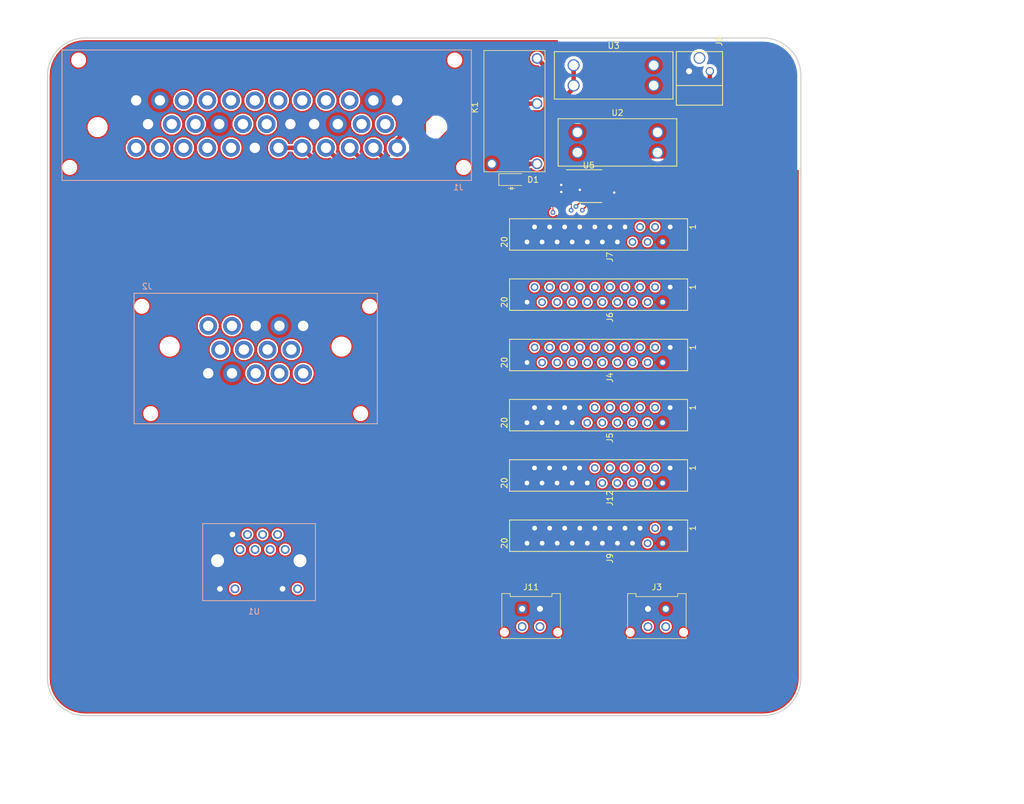
<source format=kicad_pcb>
(kicad_pcb (version 20171130) (host pcbnew 5.0.2-bee76a0~70~ubuntu18.04.1)
  (layers (0 F.Cu signal) (1 In1.Cu signal) (2 In2.Cu signal) (31 B.Cu signal) (34 B.Paste user) (35 F.Paste user) (36 B.SilkS user) (37 F.SilkS user) (38 B.Mask user) (39 F.Mask user) (44 Edge.Cuts user))
  (net 0 "")
  (net 1 "/BSPD RELAY LSD")
  (net 2 /12V)
  (net 3 "/E-STOP-R > BSPD")
  (net 4 "/FUSE > E-STOP-L")
  (net 5 "/CAN HIGH")
  (net 6 "/CAN LOW")
  (net 7 GND)
  (net 8 "/BSPD TEST SWITCH")
  (net 9 /5V)
  (net 10 "/BSPD > IS")
  (net 11 "/BSPD CURRENT SENSE")
  (net 12 "/COOLING PUMP LSD")
  (net 13 "/BRAKE PRESSURE +")
  (net 14 "/BRAKELIGHT LSD")
  (net 15 "/BRAKE PRESSURE SENSE")
  (net 16 "/BRAKE PRESSURE -")
  (net 17 "/RADIATOR TEMP -")
  (net 18 "/MC TEMP -")
  (net 19 "/MOTOR TEMP -")
  (net 20 "/RADIATOR TEMP +")
  (net 21 "/MC TEMP +")
  (net 22 "/MOTOR TEMP +")
  (net 23 /MOSI)
  (net 24 /RESET)
  (net 25 /MISO)
  (net 26 /SCK)
  (net 27 "/RJ45 LED G")
  (net 28 "/RJ45 LED O")
  (net 29 "/EXTRA TEMP 3 +")
  (net 30 "/EXTRA TEMP 2 -")
  (net 31 "/EXTRA TEMP 1 -")
  (net 32 "/EXTRA TEMP 2 +")
  (net 33 "/EXTRA TEMP 1 +")
  (net 34 "/EXTRA TEMP 3 -")
  (net 35 "/EXTRA TEMP 4 -")
  (net 36 "/EXTRA TEMP 4 +")
  (net 37 /5V_GLV)
  (net 38 /SDA_GLV)
  (net 39 /SCL_GLV)
  (net 40 /MISO_GLV)
  (net 41 /MOSI_GLV)
  (net 42 /SCK_GLV)
  (net 43 /CS_GLV)
  (net 44 /12V_Fused)
  (net 45 "Net-(U5-Pad13)")
  (net 46 /ALERT_GLV)
  (net 47 /From_GLVMS)
  (net 48 /BATT+)
  (module footprints:Ampseal_35 (layer B.Cu) (at 82.55 30.48 180)
    (fp_text reference J1 (at -3.81 -10.16 180) (layer B.SilkS) (effects (justify mirror)))
    (fp_text value Ampseal_35_VT)
    (fp_line (start -6 13) (end 63 13) (layer B.SilkS) (width 0.15))
    (fp_line (start 63 13) (end 63 -9) (layer B.SilkS) (width 0.15))
    (fp_line (start 63 -9) (end -6 -9) (layer B.SilkS) (width 0.15))
    (fp_line (start -6 -9) (end -6 13) (layer B.SilkS) (width 0.15))
    (pad "" np_thru_hole circle (at 57 0 180) (size 2.85 2.85) (drill 2.85) (layers *.Cu *.Mask))
    (pad "" np_thru_hole circle (at 61.7 -6.8 180) (size 2 2) (drill 2) (layers *.Cu *.Mask))
    (pad "" np_thru_hole circle (at -4.7 -6.8 180) (size 2 2) (drill 2) (layers *.Cu *.Mask))
    (pad "" np_thru_hole circle (at 60.2 11.3 180) (size 2 2) (drill 2) (layers *.Cu *.Mask))
    (pad "" np_thru_hole circle (at -3.2 11.3 180) (size 2 2) (drill 2) (layers *.Cu *.Mask))
    (pad 31 thru_hole circle (at 34.5 -3.5 180) (size 3 3) (drill 1.75) (layers *.Cu *.Mask) (net 12 "/COOLING PUMP LSD"))
    (pad 25 thru_hole circle (at 10.5 -3.5 180) (size 3 3) (drill 1.75) (layers *.Cu *.Mask) (net 3 "/E-STOP-R > BSPD"))
    (pad 26 thru_hole circle (at 14.5 -3.5 180) (size 3 3) (drill 1.75) (layers *.Cu *.Mask) (net 4 "/FUSE > E-STOP-L"))
    (pad 27 thru_hole circle (at 18.5 -3.5 180) (size 3 3) (drill 1.75) (layers *.Cu *.Mask) (net 47 /From_GLVMS))
    (pad 28 thru_hole circle (at 22.5 -3.5 180) (size 3 3) (drill 1.75) (layers *.Cu *.Mask) (net 48 /BATT+))
    (pad 29 thru_hole circle (at 26.5 -3.5 180) (size 3 3) (drill 1.75) (layers *.Cu *.Mask) (net 48 /BATT+))
    (pad 30 thru_hole circle (at 30.5 -3.5 180) (size 3 3) (drill 1.75) (layers *.Cu *.Mask) (net 7 GND))
    (pad 14 thru_hole circle (at 12.5 0.5 180) (size 3 3) (drill 1.75) (layers *.Cu *.Mask) (net 6 "/CAN LOW"))
    (pad 15 thru_hole circle (at 16.5 0.5 180) (size 3 3) (drill 1.75) (layers *.Cu *.Mask) (net 2 /12V))
    (pad 17 thru_hole circle (at 24.5 0.5 180) (size 3 3) (drill 1.75) (layers *.Cu *.Mask) (net 7 GND))
    (pad 16 thru_hole circle (at 20.5 0.5 180) (size 3 3) (drill 1.75) (layers *.Cu *.Mask) (net 7 GND))
    (pad 18 thru_hole circle (at 28.5 0.5 180) (size 3 3) (drill 1.75) (layers *.Cu *.Mask) (net 20 "/RADIATOR TEMP +"))
    (pad 19 thru_hole circle (at 32.5 0.5 180) (size 3 3) (drill 1.75) (layers *.Cu *.Mask) (net 17 "/RADIATOR TEMP -"))
    (pad 7 thru_hole circle (at 30.5 4.5 180) (size 3 3) (drill 1.75) (layers *.Cu *.Mask) (net 29 "/EXTRA TEMP 3 +"))
    (pad 6 thru_hole circle (at 26.5 4.5 180) (size 3 3) (drill 1.75) (layers *.Cu *.Mask) (net 30 "/EXTRA TEMP 2 -"))
    (pad 4 thru_hole circle (at 18.5 4.5 180) (size 3 3) (drill 1.75) (layers *.Cu *.Mask) (net 31 "/EXTRA TEMP 1 -"))
    (pad 5 thru_hole circle (at 22.5 4.5 180) (size 3 3) (drill 1.75) (layers *.Cu *.Mask) (net 32 "/EXTRA TEMP 2 +"))
    (pad 3 thru_hole circle (at 14.5 4.5 180) (size 3 3) (drill 1.75) (layers *.Cu *.Mask) (net 33 "/EXTRA TEMP 1 +"))
    (pad 2 thru_hole circle (at 10.5 4.5 180) (size 3 3) (drill 1.75) (layers *.Cu *.Mask) (net 2 /12V))
    (pad 24 thru_hole circle (at 6.5 -3.5 180) (size 3 3) (drill 1.75) (layers *.Cu *.Mask) (net 10 "/BSPD > IS"))
    (pad 13 thru_hole circle (at 8.5 0.5 180) (size 3 3) (drill 1.75) (layers *.Cu *.Mask) (net 5 "/CAN HIGH"))
    (pad 1 thru_hole circle (at 6.5 4.5 180) (size 3 3) (drill 1.75) (layers *.Cu *.Mask) (net 7 GND))
    (pad "" np_thru_hole circle (at 0 0 180) (size 2.85 2.85) (drill 2.85) (layers *.Cu *.Mask))
    (pad 8 thru_hole circle (at 34.5 4.5 180) (size 3 3) (drill 1.75) (layers *.Cu *.Mask) (net 34 "/EXTRA TEMP 3 -"))
    (pad 20 thru_hole circle (at 36.5 0.5 180) (size 3 3) (drill 1.75) (layers *.Cu *.Mask) (net 2 /12V))
    (pad 32 thru_hole circle (at 38.5 -3.5 180) (size 3 3) (drill 1.75) (layers *.Cu *.Mask) (net 22 "/MOTOR TEMP +"))
    (pad 9 thru_hole circle (at 38.5 4.5 180) (size 3 3) (drill 1.75) (layers *.Cu *.Mask) (net 36 "/EXTRA TEMP 4 +"))
    (pad 33 thru_hole circle (at 42.5 -3.5 180) (size 3 3) (drill 1.75) (layers *.Cu *.Mask) (net 19 "/MOTOR TEMP -"))
    (pad 21 thru_hole circle (at 40.5 0.5 180) (size 3 3) (drill 1.75) (layers *.Cu *.Mask) (net 5 "/CAN HIGH"))
    (pad 10 thru_hole circle (at 42.5 4.5 180) (size 3 3) (drill 1.75) (layers *.Cu *.Mask) (net 35 "/EXTRA TEMP 4 -"))
    (pad 34 thru_hole circle (at 46.5 -3.5 180) (size 3 3) (drill 1.75) (layers *.Cu *.Mask) (net 21 "/MC TEMP +"))
    (pad 22 thru_hole circle (at 44.5 0.5 180) (size 3 3) (drill 1.75) (layers *.Cu *.Mask) (net 6 "/CAN LOW"))
    (pad 11 thru_hole circle (at 46.5 4.5 180) (size 3 3) (drill 1.75) (layers *.Cu *.Mask) (net 2 /12V))
    (pad 35 thru_hole circle (at 50.5 -3.5 180) (size 3 3) (drill 1.75) (layers *.Cu *.Mask) (net 18 "/MC TEMP -"))
    (pad 23 thru_hole circle (at 48.5 0.5 180) (size 3 3) (drill 1.75) (layers *.Cu *.Mask) (net 7 GND))
    (pad 12 thru_hole circle (at 50.5 4.5 180) (size 3 3) (drill 1.75) (layers *.Cu *.Mask) (net 7 GND))
  )
  (module footprints:D_SOD-123W_OEM (layer F.Cu) (at 95.377 39.3319)
    (fp_text reference D1 (at 3.57886 0.02286) (layer F.SilkS))
    (fp_text value SS110LW hide)
    (fp_line (start 0.1 1.5) (end 0.5 1.5) (layer F.SilkS) (width 0.1))
    (fp_line (start -0.2 1.5) (end 0.1 1.3) (layer F.SilkS) (width 0.1))
    (fp_line (start 0.1 1.3) (end 0.1 1.7) (layer F.SilkS) (width 0.1))
    (fp_line (start 0.1 1.7) (end -0.2 1.5) (layer F.SilkS) (width 0.1))
    (fp_line (start -0.6 1.5) (end -0.2 1.5) (layer F.SilkS) (width 0.1))
    (fp_line (start -0.2 1.5) (end -0.2 1.25) (layer F.SilkS) (width 0.1))
    (fp_line (start -0.2 1.25) (end -0.2 1.75) (layer F.SilkS) (width 0.1))
    (fp_line (start -2.2 -1) (end -2.2 1) (layer F.SilkS) (width 0.12))
    (fp_line (start -2.2 1) (end 1.65 1) (layer F.SilkS) (width 0.12))
    (fp_line (start -2.2 -1) (end 1.65 -1) (layer F.SilkS) (width 0.12))
    (pad 1 smd rect (at -1.4 0) (size 1.2 1.2) (layers F.Cu F.Paste F.Mask) (net 2 /12V))
    (pad 2 smd rect (at 1.4 0) (size 1.2 1.2) (layers F.Cu F.Paste F.Mask) (net 1 "/BSPD RELAY LSD"))
  )
  (module footprints:Ampseal_14 (layer B.Cu) (at 37.70122 67.51066)
    (fp_text reference J2 (at -3.81 -10.16) (layer B.SilkS) (effects (justify mirror)))
    (fp_text value Ampseal_14_VT)
    (fp_line (start -6 13) (end 35 13) (layer B.SilkS) (width 0.15))
    (fp_line (start 35 13) (end 35 -9) (layer B.SilkS) (width 0.15))
    (fp_line (start 35 -9) (end -6 -9) (layer B.SilkS) (width 0.15))
    (fp_line (start -6 -9) (end -6 13) (layer B.SilkS) (width 0.15))
    (pad "" np_thru_hole circle (at 28.95 0) (size 2.85 2.85) (drill 2.85) (layers *.Cu *.Mask))
    (pad "" np_thru_hole circle (at 33.7 -6.8) (size 2 2) (drill 2) (layers *.Cu *.Mask))
    (pad "" np_thru_hole circle (at -4.7 -6.8) (size 2 2) (drill 2) (layers *.Cu *.Mask))
    (pad "" np_thru_hole circle (at 32.2 11.3) (size 2 2) (drill 2) (layers *.Cu *.Mask))
    (pad "" np_thru_hole circle (at -3.2 11.3) (size 2 2) (drill 2) (layers *.Cu *.Mask))
    (pad 11 thru_hole circle (at 10.5 -3.5) (size 3 3) (drill 1.75) (layers *.Cu *.Mask) (net 6 "/CAN LOW"))
    (pad 12 thru_hole circle (at 14.5 -3.5) (size 3 3) (drill 1.75) (layers *.Cu *.Mask) (net 7 GND))
    (pad 13 thru_hole circle (at 18.5 -3.5) (size 3 3) (drill 1.75) (layers *.Cu *.Mask) (net 2 /12V))
    (pad 14 thru_hole circle (at 22.5 -3.5) (size 3 3) (drill 1.75) (layers *.Cu *.Mask) (net 7 GND))
    (pad 7 thru_hole circle (at 12.5 0.5) (size 3 3) (drill 1.75) (layers *.Cu *.Mask) (net 13 "/BRAKE PRESSURE +"))
    (pad 8 thru_hole circle (at 16.5 0.5) (size 3 3) (drill 1.75) (layers *.Cu *.Mask) (net 15 "/BRAKE PRESSURE SENSE"))
    (pad 9 thru_hole circle (at 20.5 0.5) (size 3 3) (drill 1.75) (layers *.Cu *.Mask) (net 16 "/BRAKE PRESSURE -"))
    (pad 4 thru_hole circle (at 18.5 4.5) (size 3 3) (drill 1.75) (layers *.Cu *.Mask) (net 8 "/BSPD TEST SWITCH"))
    (pad 5 thru_hole circle (at 22.5 4.5) (size 3 3) (drill 1.75) (layers *.Cu *.Mask) (net 9 /5V))
    (pad 3 thru_hole circle (at 14.5 4.5) (size 3 3) (drill 1.75) (layers *.Cu *.Mask) (net 14 "/BRAKELIGHT LSD"))
    (pad 2 thru_hole circle (at 10.5 4.5) (size 3 3) (drill 1.75) (layers *.Cu *.Mask) (net 2 /12V))
    (pad 10 thru_hole circle (at 6.5 -3.5) (size 3 3) (drill 1.75) (layers *.Cu *.Mask) (net 5 "/CAN HIGH"))
    (pad 6 thru_hole circle (at 8.5 0.5) (size 3 3) (drill 1.75) (layers *.Cu *.Mask) (net 11 "/BSPD CURRENT SENSE"))
    (pad 1 thru_hole circle (at 6.5 4.5) (size 3 3) (drill 1.75) (layers *.Cu *.Mask) (net 7 GND))
    (pad "" np_thru_hole circle (at 0 0) (size 2.85 2.85) (drill 2.85) (layers *.Cu *.Mask))
  )
  (module footprints:MicroFit_VT_4 (layer F.Cu) (at 118.3259 111.75238)
    (fp_text reference J3 (at 1.5 -3.67) (layer F.SilkS))
    (fp_text value MicroFit_VT_4)
    (fp_line (start -3.435 4.7) (end -3.435 5.01) (layer F.SilkS) (width 0.12))
    (fp_line (start -3.435 5.01) (end 6.435 5.01) (layer F.SilkS) (width 0.12))
    (fp_line (start 6.435 5.01) (end 6.435 4.7) (layer F.SilkS) (width 0.12))
    (fp_line (start -3.435 3.18) (end -3.435 -2.58) (layer F.SilkS) (width 0.12))
    (fp_line (start -3.435 -2.58) (end -2.015 -2.58) (layer F.SilkS) (width 0.12))
    (fp_line (start -2.015 -2.58) (end -2.015 -2.08) (layer F.SilkS) (width 0.12))
    (fp_line (start -2.015 -2.08) (end 5.015 -2.08) (layer F.SilkS) (width 0.12))
    (fp_line (start 5.015 -2.08) (end 5.015 -2.58) (layer F.SilkS) (width 0.12))
    (fp_line (start 5.015 -2.58) (end 6.435 -2.58) (layer F.SilkS) (width 0.12))
    (fp_line (start 6.435 -2.58) (end 6.435 3.18) (layer F.SilkS) (width 0.12))
    (pad "" np_thru_hole circle (at -3 3.94) (size 1 1) (drill 1) (layers *.Cu *.Mask))
    (pad "" np_thru_hole circle (at 6 3.94) (size 1 1) (drill 1) (layers *.Cu *.Mask))
    (pad 1 thru_hole roundrect (at 0 0) (size 1.5 1.5) (drill 1) (layers *.Cu *.Mask) (roundrect_rratio 0.166667) (net 7 GND))
    (pad 2 thru_hole circle (at 3 0) (size 1.5 1.5) (drill 1) (layers *.Cu *.Mask) (net 2 /12V))
    (pad 3 thru_hole circle (at 0 3) (size 1.5 1.5) (drill 1) (layers *.Cu *.Mask) (net 5 "/CAN HIGH"))
    (pad 4 thru_hole circle (at 3 3) (size 1.5 1.5) (drill 1) (layers *.Cu *.Mask) (net 6 "/CAN LOW"))
  )
  (module footprints:micromatch_female_ra_20 (layer F.Cu) (at 116.98986 67.65036 270)
    (fp_text reference J4 (at 5.08 5.08 270) (layer F.SilkS))
    (fp_text value MM_M_VT_20 hide)
    (fp_line (start 3.92 21.99) (end 3.92 -8.02) (layer F.SilkS) (width 0.15))
    (fp_line (start -1.38 21.99) (end -1.38 -8.02) (layer F.SilkS) (width 0.15))
    (fp_line (start -1.38 -8.02) (end 3.92 -8.02) (layer F.SilkS) (width 0.15))
    (fp_line (start -1.38 21.99) (end 3.92 21.99) (layer F.SilkS) (width 0.15))
    (fp_text user 1 (at 0 -8.89 270) (layer F.SilkS))
    (fp_text user 20 (at 2.54 22.86 270) (layer F.SilkS))
    (pad 20 thru_hole circle (at 2.54 19.05 270) (size 1.3 1.3) (drill 0.8) (layers *.Cu *.Mask) (net 7 GND))
    (pad 19 thru_hole circle (at 0 17.78 270) (size 1.3 1.3) (drill 0.8) (layers *.Cu *.Mask) (net 11 "/BSPD CURRENT SENSE"))
    (pad 18 thru_hole circle (at 2.54 16.51 270) (size 1.3 1.3) (drill 0.8) (layers *.Cu *.Mask) (net 10 "/BSPD > IS"))
    (pad 17 thru_hole circle (at 0 15.24 270) (size 1.3 1.3) (drill 0.8) (layers *.Cu *.Mask) (net 1 "/BSPD RELAY LSD"))
    (pad 16 thru_hole circle (at 2.54 13.97 270) (size 1.3 1.3) (drill 0.8) (layers *.Cu *.Mask) (net 28 "/RJ45 LED O"))
    (pad 15 thru_hole circle (at 0 12.7 270) (size 1.3 1.3) (drill 0.8) (layers *.Cu *.Mask) (net 27 "/RJ45 LED G"))
    (pad 14 thru_hole circle (at 2.54 11.43 270) (size 1.3 1.3) (drill 0.8) (layers *.Cu *.Mask) (net 8 "/BSPD TEST SWITCH"))
    (pad 13 thru_hole circle (at 0 10.16 270) (size 1.3 1.3) (drill 0.8) (layers *.Cu *.Mask) (net 14 "/BRAKELIGHT LSD"))
    (pad 12 thru_hole circle (at 2.54 8.89 270) (size 1.3 1.3) (drill 0.8) (layers *.Cu *.Mask) (net 16 "/BRAKE PRESSURE -"))
    (pad 11 thru_hole circle (at 0 7.62 270) (size 1.3 1.3) (drill 0.8) (layers *.Cu *.Mask) (net 15 "/BRAKE PRESSURE SENSE"))
    (pad 10 thru_hole circle (at 2.54 6.35 270) (size 1.3 1.3) (drill 0.8) (layers *.Cu *.Mask) (net 13 "/BRAKE PRESSURE +"))
    (pad 9 thru_hole circle (at 0 5.08 270) (size 1.3 1.3) (drill 0.8) (layers *.Cu *.Mask) (net 24 /RESET))
    (pad 8 thru_hole circle (at 2.54 3.81 270) (size 1.3 1.3) (drill 0.8) (layers *.Cu *.Mask) (net 26 /SCK))
    (pad 6 thru_hole circle (at 2.54 1.27 270) (size 1.3 1.3) (drill 0.8) (layers *.Cu *.Mask) (net 25 /MISO))
    (pad 4 thru_hole circle (at 2.54 -1.27 270) (size 1.3 1.3) (drill 0.8) (layers *.Cu *.Mask) (net 6 "/CAN LOW"))
    (pad 2 thru_hole circle (at 2.54 -3.81 270) (size 1.3 1.3) (drill 0.8) (layers *.Cu *.Mask) (net 2 /12V))
    (pad 7 thru_hole circle (at 0 2.54 270) (size 1.3 1.3) (drill 0.8) (layers *.Cu *.Mask) (net 23 /MOSI))
    (pad 1 thru_hole circle (at 0 -5.08 270) (size 1.3 1.3) (drill 0.8) (layers *.Cu *.Mask) (net 7 GND))
    (pad 3 thru_hole circle (at 0 -2.54 270) (size 1.3 1.3) (drill 0.8) (layers *.Cu *.Mask) (net 5 "/CAN HIGH"))
    (pad 5 thru_hole circle (at 0 0 270) (size 1.3 1.3) (drill 0.8) (layers *.Cu *.Mask) (net 9 /5V))
  )
  (module footprints:micromatch_female_ra_20 (layer F.Cu) (at 116.97716 77.8002 270)
    (fp_text reference J5 (at 5.08 5.08 270) (layer F.SilkS))
    (fp_text value MM_F_RA_20 hide)
    (fp_text user 20 (at 2.54 22.86 270) (layer F.SilkS))
    (fp_text user 1 (at 0 -8.89 270) (layer F.SilkS))
    (fp_line (start -1.38 21.99) (end 3.92 21.99) (layer F.SilkS) (width 0.15))
    (fp_line (start -1.38 -8.02) (end 3.92 -8.02) (layer F.SilkS) (width 0.15))
    (fp_line (start -1.38 21.99) (end -1.38 -8.02) (layer F.SilkS) (width 0.15))
    (fp_line (start 3.92 21.99) (end 3.92 -8.02) (layer F.SilkS) (width 0.15))
    (pad 5 thru_hole circle (at 0 0 270) (size 1.3 1.3) (drill 0.8) (layers *.Cu *.Mask) (net 37 /5V_GLV))
    (pad 3 thru_hole circle (at 0 -2.54 270) (size 1.3 1.3) (drill 0.8) (layers *.Cu *.Mask) (net 5 "/CAN HIGH"))
    (pad 1 thru_hole circle (at 0 -5.08 270) (size 1.3 1.3) (drill 0.8) (layers *.Cu *.Mask) (net 7 GND))
    (pad 7 thru_hole circle (at 0 2.54 270) (size 1.3 1.3) (drill 0.8) (layers *.Cu *.Mask) (net 39 /SCL_GLV))
    (pad 2 thru_hole circle (at 2.54 -3.81 270) (size 1.3 1.3) (drill 0.8) (layers *.Cu *.Mask) (net 2 /12V))
    (pad 4 thru_hole circle (at 2.54 -1.27 270) (size 1.3 1.3) (drill 0.8) (layers *.Cu *.Mask) (net 6 "/CAN LOW"))
    (pad 6 thru_hole circle (at 2.54 1.27 270) (size 1.3 1.3) (drill 0.8) (layers *.Cu *.Mask) (net 38 /SDA_GLV))
    (pad 8 thru_hole circle (at 2.54 3.81 270) (size 1.3 1.3) (drill 0.8) (layers *.Cu *.Mask) (net 40 /MISO_GLV))
    (pad 9 thru_hole circle (at 0 5.08 270) (size 1.3 1.3) (drill 0.8) (layers *.Cu *.Mask) (net 41 /MOSI_GLV))
    (pad 10 thru_hole circle (at 2.54 6.35 270) (size 1.3 1.3) (drill 0.8) (layers *.Cu *.Mask) (net 43 /CS_GLV))
    (pad 11 thru_hole circle (at 0 7.62 270) (size 1.3 1.3) (drill 0.8) (layers *.Cu *.Mask) (net 42 /SCK_GLV))
    (pad 12 thru_hole circle (at 2.54 8.89 270) (size 1.3 1.3) (drill 0.8) (layers *.Cu *.Mask) (net 46 /ALERT_GLV))
    (pad 13 thru_hole circle (at 0 10.16 270) (size 1.3 1.3) (drill 0.8) (layers *.Cu *.Mask) (net 7 GND))
    (pad 14 thru_hole circle (at 2.54 11.43 270) (size 1.3 1.3) (drill 0.8) (layers *.Cu *.Mask) (net 7 GND))
    (pad 15 thru_hole circle (at 0 12.7 270) (size 1.3 1.3) (drill 0.8) (layers *.Cu *.Mask) (net 7 GND))
    (pad 16 thru_hole circle (at 2.54 13.97 270) (size 1.3 1.3) (drill 0.8) (layers *.Cu *.Mask) (net 7 GND))
    (pad 17 thru_hole circle (at 0 15.24 270) (size 1.3 1.3) (drill 0.8) (layers *.Cu *.Mask) (net 7 GND))
    (pad 18 thru_hole circle (at 2.54 16.51 270) (size 1.3 1.3) (drill 0.8) (layers *.Cu *.Mask) (net 7 GND))
    (pad 19 thru_hole circle (at 0 17.78 270) (size 1.3 1.3) (drill 0.8) (layers *.Cu *.Mask) (net 7 GND))
    (pad 20 thru_hole circle (at 2.54 19.05 270) (size 1.3 1.3) (drill 0.8) (layers *.Cu *.Mask) (net 7 GND))
  )
  (module footprints:micromatch_female_ra_20 (layer F.Cu) (at 116.98732 57.47258 270)
    (fp_text reference J6 (at 5.08 5.08 270) (layer F.SilkS))
    (fp_text value MM_M_VT_20 hide)
    (fp_text user 20 (at 2.54 22.86 270) (layer F.SilkS))
    (fp_text user 1 (at 0 -8.89 270) (layer F.SilkS))
    (fp_line (start -1.38 21.99) (end 3.92 21.99) (layer F.SilkS) (width 0.15))
    (fp_line (start -1.38 -8.02) (end 3.92 -8.02) (layer F.SilkS) (width 0.15))
    (fp_line (start -1.38 21.99) (end -1.38 -8.02) (layer F.SilkS) (width 0.15))
    (fp_line (start 3.92 21.99) (end 3.92 -8.02) (layer F.SilkS) (width 0.15))
    (pad 5 thru_hole circle (at 0 0 270) (size 1.3 1.3) (drill 0.8) (layers *.Cu *.Mask) (net 12 "/COOLING PUMP LSD"))
    (pad 3 thru_hole circle (at 0 -2.54 270) (size 1.3 1.3) (drill 0.8) (layers *.Cu *.Mask) (net 5 "/CAN HIGH"))
    (pad 1 thru_hole circle (at 0 -5.08 270) (size 1.3 1.3) (drill 0.8) (layers *.Cu *.Mask) (net 7 GND))
    (pad 7 thru_hole circle (at 0 2.54 270) (size 1.3 1.3) (drill 0.8) (layers *.Cu *.Mask) (net 17 "/RADIATOR TEMP -"))
    (pad 2 thru_hole circle (at 2.54 -3.81 270) (size 1.3 1.3) (drill 0.8) (layers *.Cu *.Mask) (net 2 /12V))
    (pad 4 thru_hole circle (at 2.54 -1.27 270) (size 1.3 1.3) (drill 0.8) (layers *.Cu *.Mask) (net 6 "/CAN LOW"))
    (pad 6 thru_hole circle (at 2.54 1.27 270) (size 1.3 1.3) (drill 0.8) (layers *.Cu *.Mask) (net 20 "/RADIATOR TEMP +"))
    (pad 8 thru_hole circle (at 2.54 3.81 270) (size 1.3 1.3) (drill 0.8) (layers *.Cu *.Mask) (net 22 "/MOTOR TEMP +"))
    (pad 9 thru_hole circle (at 0 5.08 270) (size 1.3 1.3) (drill 0.8) (layers *.Cu *.Mask) (net 19 "/MOTOR TEMP -"))
    (pad 10 thru_hole circle (at 2.54 6.35 270) (size 1.3 1.3) (drill 0.8) (layers *.Cu *.Mask) (net 21 "/MC TEMP +"))
    (pad 11 thru_hole circle (at 0 7.62 270) (size 1.3 1.3) (drill 0.8) (layers *.Cu *.Mask) (net 18 "/MC TEMP -"))
    (pad 12 thru_hole circle (at 2.54 8.89 270) (size 1.3 1.3) (drill 0.8) (layers *.Cu *.Mask) (net 33 "/EXTRA TEMP 1 +"))
    (pad 13 thru_hole circle (at 0 10.16 270) (size 1.3 1.3) (drill 0.8) (layers *.Cu *.Mask) (net 31 "/EXTRA TEMP 1 -"))
    (pad 14 thru_hole circle (at 2.54 11.43 270) (size 1.3 1.3) (drill 0.8) (layers *.Cu *.Mask) (net 32 "/EXTRA TEMP 2 +"))
    (pad 15 thru_hole circle (at 0 12.7 270) (size 1.3 1.3) (drill 0.8) (layers *.Cu *.Mask) (net 30 "/EXTRA TEMP 2 -"))
    (pad 16 thru_hole circle (at 2.54 13.97 270) (size 1.3 1.3) (drill 0.8) (layers *.Cu *.Mask) (net 29 "/EXTRA TEMP 3 +"))
    (pad 17 thru_hole circle (at 0 15.24 270) (size 1.3 1.3) (drill 0.8) (layers *.Cu *.Mask) (net 34 "/EXTRA TEMP 3 -"))
    (pad 18 thru_hole circle (at 2.54 16.51 270) (size 1.3 1.3) (drill 0.8) (layers *.Cu *.Mask) (net 36 "/EXTRA TEMP 4 +"))
    (pad 19 thru_hole circle (at 0 17.78 270) (size 1.3 1.3) (drill 0.8) (layers *.Cu *.Mask) (net 35 "/EXTRA TEMP 4 -"))
    (pad 20 thru_hole circle (at 2.54 19.05 270) (size 1.3 1.3) (drill 0.8) (layers *.Cu *.Mask) (net 7 GND))
  )
  (module footprints:micromatch_female_ra_20 (layer F.Cu) (at 116.98478 47.3202 270)
    (fp_text reference J7 (at 5.08 5.08 270) (layer F.SilkS))
    (fp_text value MM_M_VT_20 hide)
    (fp_text user 20 (at 2.54 22.86 270) (layer F.SilkS))
    (fp_text user 1 (at 0 -8.89 270) (layer F.SilkS))
    (fp_line (start -1.38 21.99) (end 3.92 21.99) (layer F.SilkS) (width 0.15))
    (fp_line (start -1.38 -8.02) (end 3.92 -8.02) (layer F.SilkS) (width 0.15))
    (fp_line (start -1.38 21.99) (end -1.38 -8.02) (layer F.SilkS) (width 0.15))
    (fp_line (start 3.92 21.99) (end 3.92 -8.02) (layer F.SilkS) (width 0.15))
    (pad 5 thru_hole circle (at 0 0 270) (size 1.3 1.3) (drill 0.8) (layers *.Cu *.Mask) (net 3 "/E-STOP-R > BSPD"))
    (pad 3 thru_hole circle (at 0 -2.54 270) (size 1.3 1.3) (drill 0.8) (layers *.Cu *.Mask) (net 5 "/CAN HIGH"))
    (pad 1 thru_hole circle (at 0 -5.08 270) (size 1.3 1.3) (drill 0.8) (layers *.Cu *.Mask) (net 7 GND))
    (pad 7 thru_hole circle (at 0 2.54 270) (size 1.3 1.3) (drill 0.8) (layers *.Cu *.Mask) (net 7 GND))
    (pad 2 thru_hole circle (at 2.54 -3.81 270) (size 1.3 1.3) (drill 0.8) (layers *.Cu *.Mask) (net 2 /12V))
    (pad 4 thru_hole circle (at 2.54 -1.27 270) (size 1.3 1.3) (drill 0.8) (layers *.Cu *.Mask) (net 6 "/CAN LOW"))
    (pad 6 thru_hole circle (at 2.54 1.27 270) (size 1.3 1.3) (drill 0.8) (layers *.Cu *.Mask) (net 4 "/FUSE > E-STOP-L"))
    (pad 8 thru_hole circle (at 2.54 3.81 270) (size 1.3 1.3) (drill 0.8) (layers *.Cu *.Mask) (net 7 GND))
    (pad 9 thru_hole circle (at 0 5.08 270) (size 1.3 1.3) (drill 0.8) (layers *.Cu *.Mask) (net 7 GND))
    (pad 10 thru_hole circle (at 2.54 6.35 270) (size 1.3 1.3) (drill 0.8) (layers *.Cu *.Mask) (net 7 GND))
    (pad 11 thru_hole circle (at 0 7.62 270) (size 1.3 1.3) (drill 0.8) (layers *.Cu *.Mask) (net 7 GND))
    (pad 12 thru_hole circle (at 2.54 8.89 270) (size 1.3 1.3) (drill 0.8) (layers *.Cu *.Mask) (net 7 GND))
    (pad 13 thru_hole circle (at 0 10.16 270) (size 1.3 1.3) (drill 0.8) (layers *.Cu *.Mask) (net 7 GND))
    (pad 14 thru_hole circle (at 2.54 11.43 270) (size 1.3 1.3) (drill 0.8) (layers *.Cu *.Mask) (net 7 GND))
    (pad 15 thru_hole circle (at 0 12.7 270) (size 1.3 1.3) (drill 0.8) (layers *.Cu *.Mask) (net 7 GND))
    (pad 16 thru_hole circle (at 2.54 13.97 270) (size 1.3 1.3) (drill 0.8) (layers *.Cu *.Mask) (net 7 GND))
    (pad 17 thru_hole circle (at 0 15.24 270) (size 1.3 1.3) (drill 0.8) (layers *.Cu *.Mask) (net 7 GND))
    (pad 18 thru_hole circle (at 2.54 16.51 270) (size 1.3 1.3) (drill 0.8) (layers *.Cu *.Mask) (net 7 GND))
    (pad 19 thru_hole circle (at 0 17.78 270) (size 1.3 1.3) (drill 0.8) (layers *.Cu *.Mask) (net 7 GND))
    (pad 20 thru_hole circle (at 2.54 19.05 270) (size 1.3 1.3) (drill 0.8) (layers *.Cu *.Mask) (net 7 GND))
  )
  (module footprints:Ultrafit_2 (layer F.Cu) (at 125.25248 21.05406 90)
    (fp_text reference J8 (at 5.08 5.08 90) (layer F.SilkS))
    (fp_text value UF_2_VT hide)
    (fp_line (start -2.42 -2.15) (end -5.73 -2.15) (layer F.SilkS) (width 0.15))
    (fp_line (start -5.73 -2.15) (end -5.73 5.65) (layer F.SilkS) (width 0.15))
    (fp_line (start -5.73 5.65) (end -2.42 5.65) (layer F.SilkS) (width 0.15))
    (fp_line (start -2.42 5.65) (end 3.302 5.65) (layer F.SilkS) (width 0.15))
    (fp_line (start -2.42 -2.15) (end 3.302 -2.15) (layer F.SilkS) (width 0.15))
    (fp_line (start -2.42 5.65) (end -2.42 -2.15) (layer F.SilkS) (width 0.15))
    (fp_line (start 3.302 5.65) (end 3.302 -2.15) (layer F.SilkS) (width 0.15))
    (pad 2 thru_hole circle (at 0 0 90) (size 1.397 1.397) (drill 1.02) (layers *.Cu *.Mask) (net 7 GND))
    (pad 1 thru_hole circle (at 0 3.5 90) (size 1.397 1.397) (drill 1.02) (layers *.Cu *.Mask) (net 48 /BATT+))
    (pad "" thru_hole circle (at 2.23 1.75 90) (size 1.981 1.981) (drill 1.6) (layers *.Cu *.Mask))
  )
  (module footprints:micromatch_female_ra_20 (layer F.Cu) (at 116.98986 98.1329 270)
    (fp_text reference J9 (at 5.08 5.08 270) (layer F.SilkS))
    (fp_text value MM_M_VT_20 hide)
    (fp_text user 20 (at 2.54 22.86 270) (layer F.SilkS))
    (fp_text user 1 (at 0 -8.89 270) (layer F.SilkS))
    (fp_line (start -1.38 21.99) (end 3.92 21.99) (layer F.SilkS) (width 0.15))
    (fp_line (start -1.38 -8.02) (end 3.92 -8.02) (layer F.SilkS) (width 0.15))
    (fp_line (start -1.38 21.99) (end -1.38 -8.02) (layer F.SilkS) (width 0.15))
    (fp_line (start 3.92 21.99) (end 3.92 -8.02) (layer F.SilkS) (width 0.15))
    (pad 5 thru_hole circle (at 0 0 270) (size 1.3 1.3) (drill 0.8) (layers *.Cu *.Mask) (net 7 GND))
    (pad 3 thru_hole circle (at 0 -2.54 270) (size 1.3 1.3) (drill 0.8) (layers *.Cu *.Mask) (net 5 "/CAN HIGH"))
    (pad 1 thru_hole circle (at 0 -5.08 270) (size 1.3 1.3) (drill 0.8) (layers *.Cu *.Mask) (net 7 GND))
    (pad 7 thru_hole circle (at 0 2.54 270) (size 1.3 1.3) (drill 0.8) (layers *.Cu *.Mask) (net 7 GND))
    (pad 2 thru_hole circle (at 2.54 -3.81 270) (size 1.3 1.3) (drill 0.8) (layers *.Cu *.Mask) (net 2 /12V))
    (pad 4 thru_hole circle (at 2.54 -1.27 270) (size 1.3 1.3) (drill 0.8) (layers *.Cu *.Mask) (net 6 "/CAN LOW"))
    (pad 6 thru_hole circle (at 2.54 1.27 270) (size 1.3 1.3) (drill 0.8) (layers *.Cu *.Mask) (net 7 GND))
    (pad 8 thru_hole circle (at 2.54 3.81 270) (size 1.3 1.3) (drill 0.8) (layers *.Cu *.Mask) (net 7 GND))
    (pad 9 thru_hole circle (at 0 5.08 270) (size 1.3 1.3) (drill 0.8) (layers *.Cu *.Mask) (net 7 GND))
    (pad 10 thru_hole circle (at 2.54 6.35 270) (size 1.3 1.3) (drill 0.8) (layers *.Cu *.Mask) (net 7 GND))
    (pad 11 thru_hole circle (at 0 7.62 270) (size 1.3 1.3) (drill 0.8) (layers *.Cu *.Mask) (net 7 GND))
    (pad 12 thru_hole circle (at 2.54 8.89 270) (size 1.3 1.3) (drill 0.8) (layers *.Cu *.Mask) (net 7 GND))
    (pad 13 thru_hole circle (at 0 10.16 270) (size 1.3 1.3) (drill 0.8) (layers *.Cu *.Mask) (net 7 GND))
    (pad 14 thru_hole circle (at 2.54 11.43 270) (size 1.3 1.3) (drill 0.8) (layers *.Cu *.Mask) (net 7 GND))
    (pad 15 thru_hole circle (at 0 12.7 270) (size 1.3 1.3) (drill 0.8) (layers *.Cu *.Mask) (net 7 GND))
    (pad 16 thru_hole circle (at 2.54 13.97 270) (size 1.3 1.3) (drill 0.8) (layers *.Cu *.Mask) (net 7 GND))
    (pad 17 thru_hole circle (at 0 15.24 270) (size 1.3 1.3) (drill 0.8) (layers *.Cu *.Mask) (net 7 GND))
    (pad 18 thru_hole circle (at 2.54 16.51 270) (size 1.3 1.3) (drill 0.8) (layers *.Cu *.Mask) (net 7 GND))
    (pad 19 thru_hole circle (at 0 17.78 270) (size 1.3 1.3) (drill 0.8) (layers *.Cu *.Mask) (net 7 GND))
    (pad 20 thru_hole circle (at 2.54 19.05 270) (size 1.3 1.3) (drill 0.8) (layers *.Cu *.Mask) (net 7 GND))
  )
  (module footprints:MicroFit_VT_4 (layer F.Cu) (at 97.11944 111.73968)
    (fp_text reference J11 (at 1.5 -3.67) (layer F.SilkS))
    (fp_text value MicroFit_VT_4)
    (fp_line (start 6.435 -2.58) (end 6.435 3.18) (layer F.SilkS) (width 0.12))
    (fp_line (start 5.015 -2.58) (end 6.435 -2.58) (layer F.SilkS) (width 0.12))
    (fp_line (start 5.015 -2.08) (end 5.015 -2.58) (layer F.SilkS) (width 0.12))
    (fp_line (start -2.015 -2.08) (end 5.015 -2.08) (layer F.SilkS) (width 0.12))
    (fp_line (start -2.015 -2.58) (end -2.015 -2.08) (layer F.SilkS) (width 0.12))
    (fp_line (start -3.435 -2.58) (end -2.015 -2.58) (layer F.SilkS) (width 0.12))
    (fp_line (start -3.435 3.18) (end -3.435 -2.58) (layer F.SilkS) (width 0.12))
    (fp_line (start 6.435 5.01) (end 6.435 4.7) (layer F.SilkS) (width 0.12))
    (fp_line (start -3.435 5.01) (end 6.435 5.01) (layer F.SilkS) (width 0.12))
    (fp_line (start -3.435 4.7) (end -3.435 5.01) (layer F.SilkS) (width 0.12))
    (pad 4 thru_hole circle (at 3 3) (size 1.5 1.5) (drill 1) (layers *.Cu *.Mask) (net 6 "/CAN LOW"))
    (pad 3 thru_hole circle (at 0 3) (size 1.5 1.5) (drill 1) (layers *.Cu *.Mask) (net 5 "/CAN HIGH"))
    (pad 2 thru_hole circle (at 3 0) (size 1.5 1.5) (drill 1) (layers *.Cu *.Mask) (net 7 GND))
    (pad 1 thru_hole roundrect (at 0 0) (size 1.5 1.5) (drill 1) (layers *.Cu *.Mask) (roundrect_rratio 0.166667) (net 2 /12V))
    (pad "" np_thru_hole circle (at 6 3.94) (size 1 1) (drill 1) (layers *.Cu *.Mask))
    (pad "" np_thru_hole circle (at -3 3.94) (size 1 1) (drill 1) (layers *.Cu *.Mask))
  )
  (module footprints:micromatch_female_ra_20 (layer F.Cu) (at 116.97716 87.97544 270)
    (fp_text reference J12 (at 5.08 5.08 270) (layer F.SilkS))
    (fp_text value MM_F_RA_20 hide)
    (fp_line (start 3.92 21.99) (end 3.92 -8.02) (layer F.SilkS) (width 0.15))
    (fp_line (start -1.38 21.99) (end -1.38 -8.02) (layer F.SilkS) (width 0.15))
    (fp_line (start -1.38 -8.02) (end 3.92 -8.02) (layer F.SilkS) (width 0.15))
    (fp_line (start -1.38 21.99) (end 3.92 21.99) (layer F.SilkS) (width 0.15))
    (fp_text user 1 (at 0 -8.89 270) (layer F.SilkS))
    (fp_text user 20 (at 2.54 22.86 270) (layer F.SilkS))
    (pad 20 thru_hole circle (at 2.54 19.05 270) (size 1.3 1.3) (drill 0.8) (layers *.Cu *.Mask) (net 7 GND))
    (pad 19 thru_hole circle (at 0 17.78 270) (size 1.3 1.3) (drill 0.8) (layers *.Cu *.Mask) (net 7 GND))
    (pad 18 thru_hole circle (at 2.54 16.51 270) (size 1.3 1.3) (drill 0.8) (layers *.Cu *.Mask) (net 7 GND))
    (pad 17 thru_hole circle (at 0 15.24 270) (size 1.3 1.3) (drill 0.8) (layers *.Cu *.Mask) (net 7 GND))
    (pad 16 thru_hole circle (at 2.54 13.97 270) (size 1.3 1.3) (drill 0.8) (layers *.Cu *.Mask) (net 7 GND))
    (pad 15 thru_hole circle (at 0 12.7 270) (size 1.3 1.3) (drill 0.8) (layers *.Cu *.Mask) (net 7 GND))
    (pad 14 thru_hole circle (at 2.54 11.43 270) (size 1.3 1.3) (drill 0.8) (layers *.Cu *.Mask) (net 7 GND))
    (pad 13 thru_hole circle (at 0 10.16 270) (size 1.3 1.3) (drill 0.8) (layers *.Cu *.Mask) (net 7 GND))
    (pad 12 thru_hole circle (at 2.54 8.89 270) (size 1.3 1.3) (drill 0.8) (layers *.Cu *.Mask) (net 7 GND))
    (pad 11 thru_hole circle (at 0 7.62 270) (size 1.3 1.3) (drill 0.8) (layers *.Cu *.Mask) (net 42 /SCK_GLV))
    (pad 10 thru_hole circle (at 2.54 6.35 270) (size 1.3 1.3) (drill 0.8) (layers *.Cu *.Mask) (net 43 /CS_GLV))
    (pad 9 thru_hole circle (at 0 5.08 270) (size 1.3 1.3) (drill 0.8) (layers *.Cu *.Mask) (net 41 /MOSI_GLV))
    (pad 8 thru_hole circle (at 2.54 3.81 270) (size 1.3 1.3) (drill 0.8) (layers *.Cu *.Mask) (net 40 /MISO_GLV))
    (pad 6 thru_hole circle (at 2.54 1.27 270) (size 1.3 1.3) (drill 0.8) (layers *.Cu *.Mask) (net 38 /SDA_GLV))
    (pad 4 thru_hole circle (at 2.54 -1.27 270) (size 1.3 1.3) (drill 0.8) (layers *.Cu *.Mask) (net 6 "/CAN LOW"))
    (pad 2 thru_hole circle (at 2.54 -3.81 270) (size 1.3 1.3) (drill 0.8) (layers *.Cu *.Mask) (net 2 /12V))
    (pad 7 thru_hole circle (at 0 2.54 270) (size 1.3 1.3) (drill 0.8) (layers *.Cu *.Mask) (net 39 /SCL_GLV))
    (pad 1 thru_hole circle (at 0 -5.08 270) (size 1.3 1.3) (drill 0.8) (layers *.Cu *.Mask) (net 7 GND))
    (pad 3 thru_hole circle (at 0 -2.54 270) (size 1.3 1.3) (drill 0.8) (layers *.Cu *.Mask) (net 5 "/CAN HIGH"))
    (pad 5 thru_hole circle (at 0 0 270) (size 1.3 1.3) (drill 0.8) (layers *.Cu *.Mask) (net 37 /5V_GLV))
  )
  (module footprints:Relay_SPST_OMRON-G5Q-1A4_OEM (layer F.Cu) (at 99.62642 36.68014 90)
    (fp_text reference K1 (at 9.5 -10.5 270) (layer F.SilkS))
    (fp_text value G5Q-1A4-DC5-5V hide)
    (fp_line (start -1.33 1.34) (end 19.11 1.34) (layer F.SilkS) (width 0.12))
    (fp_line (start 19.11 1.34) (end 19.11 -8.96) (layer F.SilkS) (width 0.12))
    (fp_line (start -1.33 1.34) (end -1.33 -8.96) (layer F.SilkS) (width 0.12))
    (fp_line (start -1.33 -8.96) (end 19.11 -8.96) (layer F.SilkS) (width 0.12))
    (pad 1 thru_hole circle (at 0 0 270) (size 1.8 1.8) (drill 1.3) (layers *.Cu *.Mask) (net 1 "/BSPD RELAY LSD"))
    (pad 2 thru_hole circle (at 10.16 0 270) (size 1.8 1.8) (drill 1.3) (layers *.Cu *.Mask) (net 10 "/BSPD > IS"))
    (pad 3 thru_hole circle (at 17.78 0 270) (size 1.8 1.8) (drill 1.3) (layers *.Cu *.Mask) (net 3 "/E-STOP-R > BSPD"))
    (pad 5 thru_hole circle (at 0 -7.62 270) (size 1.8 1.8) (drill 1.3) (layers *.Cu *.Mask) (net 2 /12V))
  )
  (module footprints:RJ45-Vertical (layer B.Cu) (at 59.26836 108.36402 180)
    (fp_text reference U1 (at 7.366 -3.81 180) (layer B.SilkS) (effects (justify mirror)))
    (fp_text value RJ45_VT)
    (fp_line (start 16 -2) (end 16 0) (layer B.SilkS) (width 0.15))
    (fp_line (start -3 -2) (end 16 -2) (layer B.SilkS) (width 0.15))
    (fp_line (start -3 11) (end -3 -2) (layer B.SilkS) (width 0.15))
    (fp_line (start 16 11) (end -3 11) (layer B.SilkS) (width 0.15))
    (fp_line (start 16 0) (end 16 11) (layer B.SilkS) (width 0.15))
    (pad 12 thru_hole circle (at 0 0 180) (size 1.5 1.5) (drill 0.95) (layers *.Cu *.Mask) (net 27 "/RJ45 LED G"))
    (pad 11 thru_hole circle (at 2.54 0 180) (size 1.5 1.5) (drill 0.95) (layers *.Cu *.Mask) (net 7 GND))
    (pad 9 thru_hole circle (at 13.1 0 180) (size 1.5 1.5) (drill 0.95) (layers *.Cu *.Mask) (net 7 GND))
    (pad 10 thru_hole circle (at 10.56 0 180) (size 1.5 1.5) (drill 0.95) (layers *.Cu *.Mask) (net 28 "/RJ45 LED O"))
    (pad 1 thru_hole circle (at 2.1 6.63 180) (size 1.5 1.5) (drill 0.95) (layers *.Cu *.Mask) (net 6 "/CAN LOW"))
    (pad 3 thru_hole circle (at 4.64 6.63 180) (size 1.5 1.5) (drill 0.95) (layers *.Cu *.Mask) (net 24 /RESET))
    (pad 5 thru_hole circle (at 7.18 6.63 180) (size 1.5 1.5) (drill 0.95) (layers *.Cu *.Mask) (net 25 /MISO))
    (pad 7 thru_hole circle (at 9.72 6.63 180) (size 1.5 1.5) (drill 0.95) (layers *.Cu *.Mask) (net 9 /5V))
    (pad 2 thru_hole circle (at 3.37 9.17 180) (size 1.5 1.5) (drill 0.95) (layers *.Cu *.Mask) (net 5 "/CAN HIGH"))
    (pad 4 thru_hole circle (at 5.91 9.17 180) (size 1.5 1.5) (drill 0.95) (layers *.Cu *.Mask) (net 26 /SCK))
    (pad 6 thru_hole circle (at 8.45 9.17 180) (size 1.5 1.5) (drill 0.95) (layers *.Cu *.Mask B.Paste) (net 23 /MOSI))
    (pad 8 thru_hole circle (at 10.99 9.17 180) (size 1.5 1.5) (drill 0.95) (layers *.Cu *.Mask) (net 7 GND))
    (pad 13 thru_hole circle (at -0.4 4.75 180) (size 2.75 2.75) (drill 2.18) (layers *.Cu *.Mask) (net 7 GND))
    (pad 14 thru_hole circle (at 13.5 4.75 180) (size 2.75 2.75) (drill 2.18) (layers *.Cu *.Mask) (net 7 GND))
  )
  (module footprints:Fuse_Block_Holder (layer F.Cu) (at 113.1824 33.06318 180)
    (fp_text reference U2 (at 0 5 180) (layer F.SilkS))
    (fp_text value Fuse_Holder_Blade)
    (fp_line (start 0 4) (end 10 4) (layer F.SilkS) (width 0.15))
    (fp_line (start 10 4) (end 10 -4) (layer F.SilkS) (width 0.15))
    (fp_line (start 10 -4) (end -10 -4) (layer F.SilkS) (width 0.15))
    (fp_line (start -10 -4) (end -10 4) (layer F.SilkS) (width 0.15))
    (fp_line (start -10 4) (end -1 4) (layer F.SilkS) (width 0.15))
    (fp_line (start -1 4) (end 0 4) (layer F.SilkS) (width 0.15))
    (pad 1 thru_hole circle (at -6.75 1.7 180) (size 2.032 2.032) (drill 1.6002) (layers *.Cu *.Mask) (net 47 /From_GLVMS))
    (pad 1 thru_hole circle (at -6.75 -1.7 270) (size 2.032 2.032) (drill 1.6002) (layers *.Cu *.Mask) (net 47 /From_GLVMS))
    (pad 2 thru_hole circle (at 6.75 -1.7 180) (size 2.032 2.032) (drill 1.6002) (layers *.Cu *.Mask) (net 44 /12V_Fused))
    (pad 2 thru_hole circle (at 6.75 1.7 180) (size 2.032 2.032) (drill 1.6002) (layers *.Cu *.Mask) (net 44 /12V_Fused))
  )
  (module footprints:Fuse_Block_Holder (layer F.Cu) (at 112.54486 21.75764 180)
    (fp_text reference U3 (at 0 5 180) (layer F.SilkS))
    (fp_text value Fuse_Holder_Blade)
    (fp_line (start -1 4) (end 0 4) (layer F.SilkS) (width 0.15))
    (fp_line (start -10 4) (end -1 4) (layer F.SilkS) (width 0.15))
    (fp_line (start -10 -4) (end -10 4) (layer F.SilkS) (width 0.15))
    (fp_line (start 10 -4) (end -10 -4) (layer F.SilkS) (width 0.15))
    (fp_line (start 10 4) (end 10 -4) (layer F.SilkS) (width 0.15))
    (fp_line (start 0 4) (end 10 4) (layer F.SilkS) (width 0.15))
    (pad 2 thru_hole circle (at 6.75 1.7 180) (size 2.032 2.032) (drill 1.6002) (layers *.Cu *.Mask) (net 4 "/FUSE > E-STOP-L"))
    (pad 2 thru_hole circle (at 6.75 -1.7 180) (size 2.032 2.032) (drill 1.6002) (layers *.Cu *.Mask) (net 4 "/FUSE > E-STOP-L"))
    (pad 1 thru_hole circle (at -6.75 -1.7 270) (size 2.032 2.032) (drill 1.6002) (layers *.Cu *.Mask) (net 47 /From_GLVMS))
    (pad 1 thru_hole circle (at -6.75 1.7 180) (size 2.032 2.032) (drill 1.6002) (layers *.Cu *.Mask) (net 47 /From_GLVMS))
  )
  (module Package_SO:TSSOP-16_4.4x5mm_P0.65mm (layer F.Cu) (at 108.35132 40.47744)
    (fp_text reference U5 (at 0 -3.55) (layer F.SilkS))
    (fp_text value INA260)
    (fp_line (start -3.775 -2.8) (end 2.2 -2.8) (layer F.SilkS) (width 0.15))
    (fp_line (start -2.2 2.725) (end 2.2 2.725) (layer F.SilkS) (width 0.15))
    (pad 16 smd rect (at 2.95 -2.275) (size 1.5 0.45) (layers F.Cu F.Paste F.Mask) (net 2 /12V))
    (pad 15 smd rect (at 2.95 -1.625) (size 1.5 0.45) (layers F.Cu F.Paste F.Mask) (net 2 /12V))
    (pad 14 smd rect (at 2.95 -0.975) (size 1.5 0.45) (layers F.Cu F.Paste F.Mask) (net 2 /12V))
    (pad 13 smd rect (at 2.95 -0.325) (size 1.5 0.45) (layers F.Cu F.Paste F.Mask) (net 45 "Net-(U5-Pad13)"))
    (pad 12 smd rect (at 2.95 0.325) (size 1.5 0.45) (layers F.Cu F.Paste F.Mask) (net 44 /12V_Fused))
    (pad 11 smd rect (at 2.95 0.975) (size 1.5 0.45) (layers F.Cu F.Paste F.Mask) (net 7 GND))
    (pad 10 smd rect (at 2.95 1.625) (size 1.5 0.45) (layers F.Cu F.Paste F.Mask) (net 37 /5V_GLV))
    (pad 9 smd rect (at 2.95 2.275) (size 1.5 0.45) (layers F.Cu F.Paste F.Mask) (net 39 /SCL_GLV))
    (pad 8 smd rect (at -2.95 2.275) (size 1.5 0.45) (layers F.Cu F.Paste F.Mask) (net 38 /SDA_GLV))
    (pad 7 smd rect (at -2.95 1.625) (size 1.5 0.45) (layers F.Cu F.Paste F.Mask) (net 46 /ALERT_GLV))
    (pad 6 smd rect (at -2.95 0.975) (size 1.5 0.45) (layers F.Cu F.Paste F.Mask) (net 7 GND))
    (pad 5 smd rect (at -2.95 0.325) (size 1.5 0.45) (layers F.Cu F.Paste F.Mask) (net 7 GND))
    (pad 4 smd rect (at -2.95 -0.325) (size 1.5 0.45) (layers F.Cu F.Paste F.Mask) (net 7 GND))
    (pad 3 smd rect (at -2.95 -0.975) (size 1.5 0.45) (layers F.Cu F.Paste F.Mask) (net 44 /12V_Fused))
    (pad 2 smd rect (at -2.95 -1.625) (size 1.5 0.45) (layers F.Cu F.Paste F.Mask) (net 44 /12V_Fused))
    (pad 1 smd rect (at -2.95 -2.275) (size 1.5 0.45) (layers F.Cu F.Paste F.Mask) (net 44 /12V_Fused))
  )
  (gr_line (start 23.45 15.45) (end 137.75 15.45) (layer Edge.Cuts) (width 0.2))
  (gr_arc (start 23.45 21.8) (end 23.45 15.45) (angle -90) (layer Edge.Cuts) (width 0.2))
  (gr_line (start 17.1 123.4) (end 17.1 21.8) (layer Edge.Cuts) (width 0.2))
  (gr_line (start 23.45 129.75) (end 137.75 129.75) (layer Edge.Cuts) (width 0.2))
  (gr_arc (start 137.75 21.8) (end 144.1 21.8) (angle -90) (layer Edge.Cuts) (width 0.2))
  (gr_arc (start 137.75 123.4) (end 137.75 129.75) (angle -90) (layer Edge.Cuts) (width 0.2))
  (gr_arc (start 23.45 123.4) (end 17.1 123.4) (angle -90) (layer Edge.Cuts) (width 0.2))
  (gr_line (start 144.1 123.4) (end 144.1 21.8) (layer Edge.Cuts) (width 0.2))
  (segment (start 96.777 38.256768) (end 96.777 39.3319) (width 0.762) (layer F.Cu) (net 1))
  (segment (start 99.62642 36.68014) (end 98.353628 36.68014) (width 0.762) (layer F.Cu) (net 1))
  (segment (start 98.353628 36.68014) (end 96.777 38.256768) (width 0.762) (layer F.Cu) (net 1))
  (segment (start 80.543999 32.565883) (end 80.543999 29.517119) (width 0.762) (layer F.Cu) (net 3))
  (segment (start 72.05 33.98) (end 74.16594 36.09594) (width 0.762) (layer F.Cu) (net 3))
  (segment (start 74.16594 36.09594) (end 77.013942 36.09594) (width 0.762) (layer F.Cu) (net 3))
  (segment (start 101.107421 27.227031) (end 101.107421 20.381141) (width 0.762) (layer F.Cu) (net 3))
  (segment (start 100.526419 19.800139) (end 99.62642 18.90014) (width 0.762) (layer F.Cu) (net 3))
  (segment (start 82.059977 28.001141) (end 100.333311 28.001141) (width 0.762) (layer F.Cu) (net 3))
  (segment (start 101.107421 20.381141) (end 100.526419 19.800139) (width 0.762) (layer F.Cu) (net 3))
  (segment (start 100.333311 28.001141) (end 101.107421 27.227031) (width 0.762) (layer F.Cu) (net 3))
  (segment (start 77.013942 36.09594) (end 80.543999 32.565883) (width 0.762) (layer F.Cu) (net 3))
  (segment (start 80.543999 29.517119) (end 82.059977 28.001141) (width 0.762) (layer F.Cu) (net 3))
  (segment (start 68.05 33.98) (end 71.12795 37.05795) (width 0.762) (layer F.Cu) (net 4))
  (segment (start 71.12795 37.05795) (end 78.940932 37.05795) (width 0.762) (layer F.Cu) (net 4))
  (segment (start 78.940932 37.05795) (end 87.035731 28.963151) (width 0.762) (layer F.Cu) (net 4))
  (segment (start 105.79486 20.05764) (end 105.79486 23.45764) (width 0.762) (layer F.Cu) (net 4))
  (segment (start 98.16592 28.963151) (end 98.99396 28.963151) (width 0.762) (layer F.Cu) (net 4))
  (segment (start 87.035731 28.963151) (end 98.16592 28.963151) (width 0.762) (layer F.Cu) (net 4))
  (segment (start 98.16592 28.963151) (end 100.731789 28.963151) (width 0.762) (layer F.Cu) (net 4))
  (segment (start 100.731789 28.963151) (end 105.79486 23.90008) (width 0.762) (layer F.Cu) (net 4))
  (segment (start 105.79486 23.90008) (end 105.79486 23.45764) (width 0.762) (layer F.Cu) (net 4))
  (via (at 106.84002 41.06418) (size 0.8) (drill 0.4) (layers F.Cu B.Cu) (net 7))
  (segment (start 105.40132 40.80244) (end 106.57828 40.80244) (width 0.254) (layer F.Cu) (net 7))
  (segment (start 106.57828 40.80244) (end 106.84002 41.06418) (width 0.254) (layer F.Cu) (net 7))
  (via (at 112.64138 41.529) (size 0.8) (drill 0.4) (layers F.Cu B.Cu) (net 7))
  (segment (start 111.30132 41.45244) (end 112.56482 41.45244) (width 0.254) (layer F.Cu) (net 7))
  (segment (start 112.56482 41.45244) (end 112.64138 41.529) (width 0.254) (layer F.Cu) (net 7))
  (via (at 103.70566 40.23106) (size 0.8) (drill 0.4) (layers F.Cu B.Cu) (net 7))
  (segment (start 105.40132 40.15244) (end 103.78428 40.15244) (width 0.254) (layer F.Cu) (net 7))
  (segment (start 103.78428 40.15244) (end 103.70566 40.23106) (width 0.254) (layer F.Cu) (net 7))
  (via (at 103.71582 41.42486) (size 0.8) (drill 0.4) (layers F.Cu B.Cu) (net 7))
  (segment (start 105.40132 41.45244) (end 103.7434 41.45244) (width 0.254) (layer F.Cu) (net 7))
  (segment (start 103.7434 41.45244) (end 103.71582 41.42486) (width 0.254) (layer F.Cu) (net 7))
  (segment (start 82.180492 26.52014) (end 99.62642 26.52014) (width 0.762) (layer F.Cu) (net 10))
  (segment (start 76.05 33.98) (end 76.05 32.650632) (width 0.762) (layer F.Cu) (net 10))
  (segment (start 76.05 32.650632) (end 82.180492 26.52014) (width 0.762) (layer F.Cu) (net 10))
  (segment (start 106.587239 43.468341) (end 106.18724 43.86834) (width 0.25) (layer F.Cu) (net 37))
  (segment (start 107.95314 42.10244) (end 106.587239 43.468341) (width 0.25) (layer F.Cu) (net 37))
  (segment (start 111.30132 42.10244) (end 107.95314 42.10244) (width 0.25) (layer F.Cu) (net 37))
  (via (at 106.18724 43.86834) (size 0.8) (drill 0.4) (layers F.Cu B.Cu) (net 37))
  (segment (start 105.40132 44.47138) (end 105.36682 44.50588) (width 0.1524) (layer F.Cu) (net 38))
  (segment (start 105.40132 42.75244) (end 105.40132 44.47138) (width 0.1524) (layer F.Cu) (net 38))
  (via (at 105.36682 44.50588) (size 0.8) (drill 0.4) (layers F.Cu B.Cu) (net 38))
  (via (at 107.25912 44.49826) (size 0.8) (drill 0.4) (layers F.Cu B.Cu) (net 39))
  (segment (start 107.659119 44.098261) (end 107.25912 44.49826) (width 0.25) (layer F.Cu) (net 39))
  (segment (start 109.00494 42.75244) (end 107.659119 44.098261) (width 0.25) (layer F.Cu) (net 39))
  (segment (start 111.30132 42.75244) (end 109.00494 42.75244) (width 0.25) (layer F.Cu) (net 39))
  (segment (start 106.314922 39.50244) (end 105.40132 39.50244) (width 0.254) (layer F.Cu) (net 44))
  (segment (start 107.614922 40.80244) (end 106.314922 39.50244) (width 0.254) (layer F.Cu) (net 44))
  (segment (start 111.30132 40.80244) (end 107.614922 40.80244) (width 0.254) (layer F.Cu) (net 44))
  (via (at 102.30612 44.87164) (size 0.8) (drill 0.4) (layers F.Cu B.Cu) (net 46))
  (segment (start 105.40132 42.10244) (end 103.955162 42.10244) (width 0.1524) (layer F.Cu) (net 46))
  (segment (start 102.30612 43.751482) (end 102.30612 44.305955) (width 0.1524) (layer F.Cu) (net 46))
  (segment (start 102.30612 44.305955) (end 102.30612 44.87164) (width 0.1524) (layer F.Cu) (net 46))
  (segment (start 103.955162 42.10244) (end 102.30612 43.751482) (width 0.1524) (layer F.Cu) (net 46))
  (segment (start 79.737886 38.98197) (end 85.89264 32.827214) (width 0.762) (layer F.Cu) (net 48))
  (segment (start 60.05 33.98) (end 65.05197 38.98197) (width 0.762) (layer F.Cu) (net 48))
  (segment (start 65.05197 38.98197) (end 79.737886 38.98197) (width 0.762) (layer F.Cu) (net 48))
  (segment (start 85.89264 32.827214) (end 86.099295 32.620559) (width 0.762) (layer F.Cu) (net 48))
  (segment (start 121.8819 36.684275) (end 123.2789 36.684275) (width 0.762) (layer F.Cu) (net 48))
  (segment (start 121.8819 36.684275) (end 124.48286 36.684275) (width 0.762) (layer F.Cu) (net 48))
  (segment (start 128.75248 32.414655) (end 128.75248 21.05406) (width 0.762) (layer F.Cu) (net 48))
  (segment (start 124.48286 36.684275) (end 128.75248 32.414655) (width 0.762) (layer F.Cu) (net 48))
  (segment (start 103.459365 28.965886) (end 104.023822 28.401617) (width 0.762) (layer F.Cu) (net 48))
  (segment (start 101.538079 30.887172) (end 103.459365 28.965886) (width 0.762) (layer F.Cu) (net 48))
  (segment (start 107.7976 27.685999) (end 116.795875 36.684275) (width 0.762) (layer F.Cu) (net 48))
  (segment (start 104.023822 28.401617) (end 104.739439 27.685999) (width 0.762) (layer F.Cu) (net 48))
  (segment (start 116.795875 36.684275) (end 121.8819 36.684275) (width 0.762) (layer F.Cu) (net 48))
  (segment (start 85.89264 32.827214) (end 87.832682 30.887172) (width 0.762) (layer F.Cu) (net 48))
  (segment (start 87.832682 30.887172) (end 101.538079 30.887172) (width 0.762) (layer F.Cu) (net 48))
  (segment (start 104.739439 27.685999) (end 107.7976 27.685999) (width 0.762) (layer F.Cu) (net 48))
  (segment (start 68.08996 38.01996) (end 64.05 33.98) (width 0.762) (layer F.Cu) (net 47))
  (segment (start 119.29486 23.45764) (end 116.05456 26.69794) (width 0.762) (layer F.Cu) (net 47))
  (segment (start 116.05456 26.69794) (end 104.357486 26.69794) (width 0.762) (layer F.Cu) (net 47))
  (segment (start 104.357486 26.69794) (end 101.130264 29.925162) (width 0.762) (layer F.Cu) (net 47))
  (segment (start 101.130264 29.925162) (end 87.434205 29.925162) (width 0.762) (layer F.Cu) (net 47))
  (segment (start 87.434205 29.925162) (end 79.339408 38.01996) (width 0.762) (layer F.Cu) (net 47))
  (segment (start 79.339408 38.01996) (end 68.08996 38.01996) (width 0.762) (layer F.Cu) (net 47))
  (segment (start 56.05 33.98) (end 60.05 33.98) (width 0.762) (layer F.Cu) (net 48))
  (zone (net 7) (net_name GND) (layer B.Cu) (connect_pads yes (clearance 0.508)) (min_thickness 0.254) (fill yes (arc_segments 16) (thermal_gap 0.508) (thermal_bridge_width 0.508))
    (polygon (pts (xy 9.09574 9.0424) (xy 9.09574 144.653) (xy 181.737 144.653) (xy 181.737 9.2329)))
  )
  (zone (net 47) (net_name /From_GLVMS) (layer F.Cu) (connect_pads yes (clearance 0.508)) (min_thickness 0.254) (fill yes (arc_segments 16) (thermal_gap 0.508) (thermal_bridge_width 0.508))
    (polygon (pts (xy 117.448609 18.149888) (xy 117.5258 36.0299) (xy 122.534959 35.967829) (xy 122.512812 18.10639)))
  )
  (zone (net 44) (net_name /12V_Fused) (layer F.Cu) (connect_pads yes (clearance 0.508)) (min_thickness 0.254) (fill yes (arc_segments 16) (thermal_gap 0.508) (thermal_bridge_width 0.508))
    (polygon (pts (xy 104.467172 29.894508) (xy 104.435644 39.778929) (xy 108.243637 39.707832) (xy 108.257821 29.990393)))
  )
  (zone (net 2) (net_name /12V) (layer F.Cu) (connect_pads yes (clearance 0.254)) (min_thickness 0.254) (fill yes (arc_segments 16) (thermal_gap 0.508) (thermal_bridge_width 0.508))
    (polygon (pts (xy 103.15702 16.60271) (xy 103.15702 14.76121) (xy 16.20266 14.79042) (xy 16.20266 133.81736) (xy 145.9103 133.81736) (xy 145.76806 37.69868) (xy 108.88726 37.69868) (xy 109.0295 40.05072) (xy 113.13668 40.05072) (xy 113.13668 45.33392) (xy 103.02748 45.36567) (xy 103.17988 16.60906)))
  )
)
</source>
